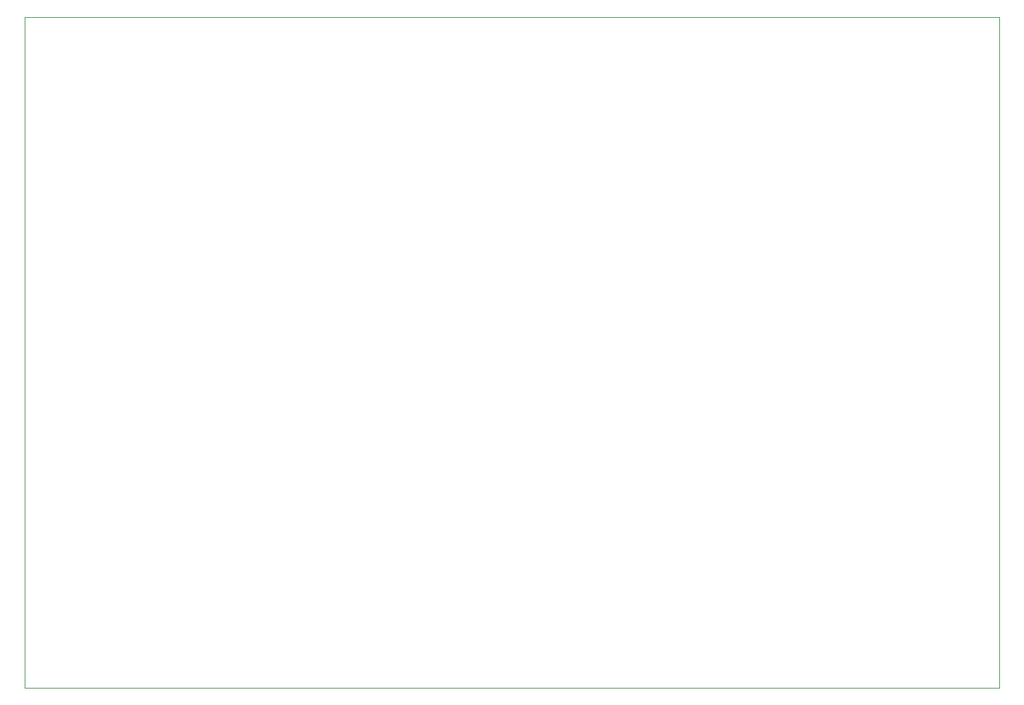
<source format=gbr>
G04 #@! TF.GenerationSoftware,KiCad,Pcbnew,9.0.4*
G04 #@! TF.CreationDate,2025-10-23T10:27:34-03:00*
G04 #@! TF.ProjectId,auto,6175746f-2e6b-4696-9361-645f70636258,rev?*
G04 #@! TF.SameCoordinates,Original*
G04 #@! TF.FileFunction,Profile,NP*
%FSLAX46Y46*%
G04 Gerber Fmt 4.6, Leading zero omitted, Abs format (unit mm)*
G04 Created by KiCad (PCBNEW 9.0.4) date 2025-10-23 10:27:34*
%MOMM*%
%LPD*%
G01*
G04 APERTURE LIST*
G04 #@! TA.AperFunction,Profile*
%ADD10C,0.100000*%
G04 #@! TD*
G04 APERTURE END LIST*
D10*
X71701000Y-28974000D02*
X191951000Y-28974000D01*
X191951000Y-111760000D01*
X71701000Y-111760000D01*
X71701000Y-28974000D01*
M02*

</source>
